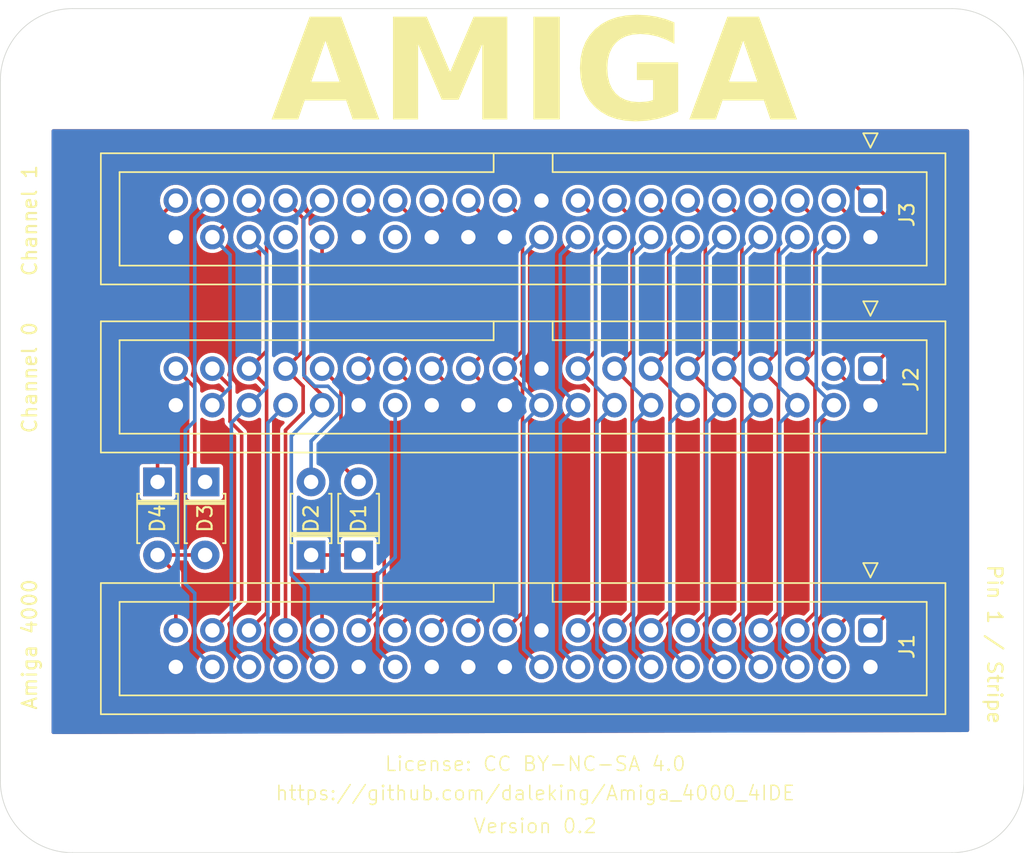
<source format=kicad_pcb>
(kicad_pcb (version 20240108) (generator "pcbnew") (generator_version "8.0")
  (layers (0 "F.Cu" signal) (31 "B.Cu" signal) (34 "B.Paste" user) (35 "F.Paste" user) (36 "B.SilkS" user "B.Silkscreen") (37 "F.SilkS" user "F.Silkscreen") (38 "B.Mask" user) (39 "F.Mask" user) (44 "Edge.Cuts" user))
  (net 0 "")
  (net 1 "/IRQ")
  (net 2 "Net-(D1-A)")
  (net 3 "Net-(D2-A)")
  (net 4 "/{slash}ACTIVE")
  (net 5 "Net-(D3-K)")
  (net 6 "Net-(D4-K)")
  (net 7 "/D13")
  (net 8 "/VSS")
  (net 9 "/{slash}IOW")
  (net 10 "/D12")
  (net 11 "/{slash}RESET")
  (net 12 "/D5")
  (net 13 "/D2")
  (net 14 "/D3")
  (net 15 "/nc28")
  (net 16 "/DA0")
  (net 17 "/{slash}IDE_CS1")
  (net 18 "/D10")
  (net 19 "/D1")
  (net 20 "/{slash}IOR")
  (net 21 "/DA1")
  (net 22 "/nc29")
  (net 23 "/nc20")
  (net 24 "/DA2")
  (net 25 "/D6")
  (net 26 "/nc21")
  (net 27 "/IO_CH_RDY")
  (net 28 "/D9")
  (net 29 "/{slash}IDE_CS2")
  (net 30 "/D14")
  (net 31 "/nc34")
  (net 32 "/D15")
  (net 33 "/D0")
  (net 34 "/D11")
  (net 35 "/nc32")
  (net 36 "/D8")
  (net 37 "/D4")
  (net 40 "/D7")
  (footprint "MountingHole:MountingHole_3.2mm_M3" (layer "F.Cu") (at 159.258 58.45)
    (property "Reference" "H4" (hide yes))
    (property "Value" "MountingHole" (hide yes))
    (pad "" np_thru_hole circle (at 0 0) (size 3.2 3.2) (drill 3.2) (layers "*.Cu" "*.Mask"))
  )
  (footprint "MountingHole:MountingHole_3.2mm_M3" (layer "F.Cu") (at 97.536 58.45)
    (property "Reference" "H3" (hide yes))
    (property "Value" "MountingHole" (hide yes))
    (pad "" np_thru_hole circle (at 0 0) (size 3.2 3.2) (drill 3.2) (layers "*.Cu" "*.Mask"))
  )
  (footprint "Diode_THT:D_T-1_P5.08mm_Horizontal" (layer "F.Cu") (at 106.934 86.75 -90)
    (property "Reference" "D3" (at 2.54 0 -90) (layer "F.SilkS"))
    (property "Value" "BAT85" (hide yes))
    (fp_line (start 0.82 1.42) (end 4.26 1.42) (stroke (width 0.12)) (layer "F.SilkS"))
    (fp_line (start 4.26 1.42) (end 4.26 1.24) (stroke (width 0.12)) (layer "F.SilkS"))
    (fp_line (start 0.82 1.24) (end 0.82 1.42) (stroke (width 0.12)) (layer "F.SilkS"))
    (fp_line (start 0.82 -1.24) (end 0.82 -1.42) (stroke (width 0.12)) (layer "F.SilkS"))
    (fp_line (start 0.82 -1.42) (end 4.26 -1.42) (stroke (width 0.12)) (layer "F.SilkS"))
    (fp_line (start 1.3 -1.42) (end 1.3 1.42) (stroke (width 0.12)) (layer "F.SilkS"))
    (fp_line (start 1.42 -1.42) (end 1.42 1.42) (stroke (width 0.12)) (layer "F.SilkS"))
    (fp_line (start 1.54 -1.42) (end 1.54 1.42) (stroke (width 0.12)) (layer "F.SilkS"))
    (fp_line (start 4.26 -1.42) (end 4.26 -1.24) (stroke (width 0.12)) (layer "F.SilkS"))
    (pad "1" thru_hole rect (at 0 0 270) (size 2 2) (drill 1) (layers "*.Cu" "*.Mask") (net 5 "Net-(D3-K)"))
    (pad "2" thru_hole oval (at 5.08 0 270) (size 2 2) (drill 1) (layers "*.Cu" "*.Mask") (net 4 "/{slash}ACTIVE"))
  )
  (footprint "MountingHole:MountingHole_3.2mm_M3" (layer "F.Cu") (at 159.258 107.95)
    (property "Reference" "H2" (hide yes))
    (property "Value" "MountingHole" (hide yes))
    (pad "" np_thru_hole circle (at 0 0) (size 3.2 3.2) (drill 3.2) (layers "*.Cu" "*.Mask"))
  )
  (footprint "Diode_THT:D_T-1_P5.08mm_Horizontal" (layer "F.Cu") (at 103.632 86.75 -90)
    (property "Reference" "D4" (at 2.54 0 90) (layer "F.SilkS"))
    (property "Value" "BAT85" (hide yes))
    (fp_line (start 0.82 1.42) (end 4.26 1.42) (stroke (width 0.12)) (layer "F.SilkS"))
    (fp_line (start 4.26 1.42) (end 4.26 1.24) (stroke (width 0.12)) (layer "F.SilkS"))
    (fp_line (start 0.82 1.24) (end 0.82 1.42) (stroke (width 0.12)) (layer "F.SilkS"))
    (fp_line (start 0.82 -1.24) (end 0.82 -1.42) (stroke (width 0.12)) (layer "F.SilkS"))
    (fp_line (start 0.82 -1.42) (end 4.26 -1.42) (stroke (width 0.12)) (layer "F.SilkS"))
    (fp_line (start 1.3 -1.42) (end 1.3 1.42) (stroke (width 0.12)) (layer "F.SilkS"))
    (fp_line (start 1.42 -1.42) (end 1.42 1.42) (stroke (width 0.12)) (layer "F.SilkS"))
    (fp_line (start 1.54 -1.42) (end 1.54 1.42) (stroke (width 0.12)) (layer "F.SilkS"))
    (fp_line (start 4.26 -1.42) (end 4.26 -1.24) (stroke (width 0.12)) (layer "F.SilkS"))
    (pad "1" thru_hole rect (at 0 0 270) (size 2 2) (drill 1) (layers "*.Cu" "*.Mask") (net 6 "Net-(D4-K)"))
    (pad "2" thru_hole oval (at 5.08 0 270) (size 2 2) (drill 1) (layers "*.Cu" "*.Mask") (net 4 "/{slash}ACTIVE"))
  )
  (footprint "Diode_THT:D_T-1_P5.08mm_Horizontal" (layer "F.Cu") (at 117.602 91.83 90)
    (property "Reference" "D1" (at 2.54 0 90) (layer "F.SilkS"))
    (property "Value" "BAT85" (hide yes))
    (fp_line (start 4.26 -1.42) (end 4.26 -1.24) (stroke (width 0.12)) (layer "F.SilkS"))
    (fp_line (start 1.54 -1.42) (end 1.54 1.42) (stroke (width 0.12)) (layer "F.SilkS"))
    (fp_line (start 1.42 -1.42) (end 1.42 1.42) (stroke (width 0.12)) (layer "F.SilkS"))
    (fp_line (start 1.3 -1.42) (end 1.3 1.42) (stroke (width 0.12)) (layer "F.SilkS"))
    (fp_line (start 0.82 -1.42) (end 4.26 -1.42) (stroke (width 0.12)) (layer "F.SilkS"))
    (fp_line (start 0.82 -1.24) (end 0.82 -1.42) (stroke (width 0.12)) (layer "F.SilkS"))
    (fp_line (start 0.82 1.24) (end 0.82 1.42) (stroke (width 0.12)) (layer "F.SilkS"))
    (fp_line (start 4.26 1.42) (end 4.26 1.24) (stroke (width 0.12)) (layer "F.SilkS"))
    (fp_line (start 0.82 1.42) (end 4.26 1.42) (stroke (width 0.12)) (layer "F.SilkS"))
    (pad "1" thru_hole rect (at 0 0 90) (size 2 2) (drill 1) (layers "*.Cu" "*.Mask") (net 1 "/IRQ"))
    (pad "2" thru_hole oval (at 5.08 0 90) (size 2 2) (drill 1) (layers "*.Cu" "*.Mask") (net 2 "Net-(D1-A)"))
  )
  (footprint "MountingHole:MountingHole_3.2mm_M3" (layer "F.Cu") (at 97.538 107.95)
    (property "Reference" "H1" (hide yes))
    (property "Value" "MountingHole" (hide yes))
    (pad "" np_thru_hole circle (at 0 0) (size 3.2 3.2) (drill 3.2) (layers "*.Cu" "*.Mask"))
  )
  (footprint "Connector_IDC:IDC-Header_2x20_P2.54mm_Vertical" (layer "F.Cu") (at 153.162 78.876 -90)
    (property "Reference" "J2" (at 0.753 -2.8194 90) (layer "F.SilkS"))
    (property "Value" "CHANNEL 0" (hide yes))
    (fp_line (start -3.29 53.47) (end -3.29 -5.21) (stroke (width 0.12)) (layer "F.SilkS"))
    (fp_line (start 5.83 53.47) (end -3.29 53.47) (stroke (width 0.12)) (layer "F.SilkS"))
    (fp_line (start -1.98 52.17) (end -1.98 26.18) (stroke (width 0.12)) (layer "F.SilkS"))
    (fp_line (start 4.52 52.17) (end -1.98 52.17) (stroke (width 0.12)) (layer "F.SilkS"))
    (fp_line (start -1.98 26.18) (end -3.29 26.18) (stroke (width 0.12)) (layer "F.SilkS"))
    (fp_line (start -1.98 26.18) (end -1.98 26.18) (stroke (width 0.12)) (layer "F.SilkS"))
    (fp_line (start -3.29 22.08) (end -1.98 22.08) (stroke (width 0.12)) (layer "F.SilkS"))
    (fp_line (start -1.98 22.08) (end -1.98 -3.91) (stroke (width 0.12)) (layer "F.SilkS"))
    (fp_line (start -4.68 0.5) (end -3.68 0) (stroke (width 0.12)) (layer "F.SilkS"))
    (fp_line (start -3.68 0) (end -4.68 -0.5) (stroke (width 0.12)) (layer "F.SilkS"))
    (fp_line (start -4.68 -0.5) (end -4.68 0.5) (stroke (width 0.12)) (layer "F.SilkS"))
    (fp_line (start -1.98 -3.91) (end 4.52 -3.91) (stroke (width 0.12)) (layer "F.SilkS"))
    (fp_line (start 4.52 -3.91) (end 4.52 52.17) (stroke (width 0.12)) (layer "F.SilkS"))
    (fp_line (start -3.29 -5.21) (end 5.83 -5.21) (stroke (width 0.12)) (layer "F.SilkS"))
    (fp_line (start 5.83 -5.21) (end 5.83 53.47) (stroke (width 0.12)) (layer "F.SilkS"))
    (pad "1" thru_hole roundrect (at 0 0 270) (size 1.7 1.7) (drill 1) (layers "*.Cu" "*.Mask") (roundrect_rratio 0.147059) (net 11 "/{slash}RESET"))
    (pad "2" thru_hole circle (at 2.54 0 270) (size 1.7 1.7) (drill 1) (layers "*.Cu" "*.Mask") (net 8 "/VSS"))
    (pad "3" thru_hole circle (at 0 2.54 270) (size 1.7 1.7) (drill 1) (layers "*.Cu" "*.Mask") (net 40 "/D7"))
    (pad "4" thru_hole circle (at 2.54 2.54 270) (size 1.7 1.7) (drill 1) (layers "*.Cu" "*.Mask") (net 36 "/D8"))
    (pad "5" thru_hole circle (at 0 5.08 270) (size 1.7 1.7) (drill 1) (layers "*.Cu" "*.Mask") (net 25 "/D6"))
    (pad "6" thru_hole circle (at 2.54 5.08 270) (size 1.7 1.7) (drill 1) (layers "*.Cu" "*.Mask") (net 28 "/D9"))
    (pad "7" thru_hole circle (at 0 7.62 270) (size 1.7 1.7) (drill 1) (layers "*.Cu" "*.Mask") (net 12 "/D5"))
    (pad "8" thru_hole circle (at 2.54 7.62 270) (size 1.7 1.7) (drill 1) (layers "*.Cu" "*.Mask") (net 18 "/D10"))
    (pad "9" thru_hole circle (at 0 10.16 270) (size 1.7 1.7) (drill 1) (layers "*.Cu" "*.Mask") (net 37 "/D4"))
    (pad "10" thru_hole circle (at 2.54 10.16 270) (size 1.7 1.7) (drill 1) (layers "*.Cu" "*.Mask") (net 34 "/D11"))
    (pad "11" thru_hole circle (at 0 12.7 270) (size 1.7 1.7) (drill 1) (layers "*.Cu" "*.Mask") (net 14 "/D3"))
    (pad "12" thru_hole circle (at 2.54 12.7 270) (size 1.7 1.7) (drill 1) (layers "*.Cu" "*.Mask") (net 10 "/D12"))
    (pad "13" thru_hole circle (at 0 15.24 270) (size 1.7 1.7) (drill 1) (layers "*.Cu" "*.Mask") (net 13 "/D2"))
    (pad "14" thru_hole circle (at 2.54 15.24 270) (size 1.7 1.7) (drill 1) (layers "*.Cu" "*.Mask") (net 7 "/D13"))
    (pad "15" thru_hole circle (at 0 17.78 270) (size 1.7 1.7) (drill 1) (layers "*.Cu" "*.Mask") (net 19 "/D1"))
    (pad "16" thru_hole circle (at 2.54 17.78 270) (size 1.7 1.7) (drill 1) (layers "*.Cu" "*.Mask") (net 30 "/D14"))
    (pad "17" thru_hole circle (at 0 20.32 270) (size 1.7 1.7) (drill 1) (layers "*.Cu" "*.Mask") (net 33 "/D0"))
    (pad "18" thru_hole circle (at 2.54 20.32 270) (size 1.7 1.7) (drill 1) (layers "*.Cu" "*.Mask") (net 32 "/D15"))
    (pad "19" thru_hole circle (at 0 22.86 270) (size 1.7 1.7) (drill 1) (layers "*.Cu" "*.Mask") (net 8 "/VSS"))
    (pad "20" thru_hole circle (at 2.54 22.86 270) (size 1.7 1.7) (drill 1) (layers "*.Cu" "*.Mask") (net 23 "/nc20"))
    (pad "21" thru_hole circle (at 0 25.4 270) (size 1.7 1.7) (drill 1) (layers "*.Cu" "*.Mask") (net 26 "/nc21"))
    (pad "22" thru_hole circle (at 2.54 25.4 270) (size 1.7 1.7) (drill 1) (layers "*.Cu" "*.Mask") (net 8 "/VSS"))
    (pad "23" thru_hole circle (at 0 27.94 270) (size 1.7 1.7) (drill 1) (layers "*.Cu" "*.Mask") (net 9 "/{slash}IOW"))
    (pad "24" thru_hole circle (at 2.54 27.94 270) (size 1.7 1.7) (drill 1) (layers "*.Cu" "*.Mask") (net 8 "/VSS"))
    (pad "25" thru_hole circle (at 0 30.48 270) (size 1.7 1.7) (drill 1) (layers "*.Cu" "*.Mask") (net 20 "/{slash}IOR"))
    (pad "26" thru_hole circle (at 2.54 30.48 270) (size 1.7 1.7) (drill 1) (layers "*.Cu" "*.Mask") (net 8 "/VSS"))
    (pad "27" thru_hole circle (at 0 33.02 270) (size 1.7 1.7) (drill 1) (layers "*.Cu" "*.Mask") (net 27 "/IO_CH_RDY"))
    (pad "28" thru_hole circle (at 2.54 33.02 270) (size 1.7 1.7) (drill 1) (layers "*.Cu" "*.Mask") (net 15 "/nc28"))
    (pad "29" thru_hole circle (at 0 35.56 270) (size 1.7 1.7) (drill 1) (layers "*.Cu" "*.Mask") (net 22 "/nc29"))
    (pad "30" thru_hole circle (at 2.54 35.56 270) (size 1.7 1.7) (drill 1) (layers "*.Cu" "*.Mask") (net 8 "/VSS"))
    (pad "31" thru_hole circle (at 0 38.1 270) (size 1.7 1.7) (drill 1) (layers "*.Cu" "*.Mask") (net 2 "Net-(D1-A)"))
    (pad "32" thru_hole circle (at 2.54 38.1 270) (size 1.7 1.7) (drill 1) (layers "*.Cu" "*.Mask") (net 35 "/nc32"))
    (pad "33" thru_hole circle (at 0 40.64 270) (size 1.7 1.7) (drill 1) (layers "*.Cu" "*.Mask") (net 21 "/DA1"))
    (pad "34" thru_hole circle (at 2.54 40.64 270) (size 1.7 1.7) (drill 1) (layers "*.Cu" "*.Mask") (net 31 "/nc34"))
    (pad "35" thru_hole circle (at 0 43.18 270) (size 1.7 1.7) (drill 1) (layers "*.Cu" "*.Mask") (net 16 "/DA0"))
    (pad "36" thru_hole circle (at 2.54 43.18 270) (size 1.7 1.7) (drill 1) (layers "*.Cu" "*.Mask") (net 24 "/DA2"))
    (pad "37" thru_hole circle (at 0 45.72 270) (size 1.7 1.7) (drill 1) (layers "*.Cu" "*.Mask") (net 17 "/{slash}IDE_CS1"))
    (pad "38" thru_hole circle (at 2.54 45.72 270) (size 1.7 1.7) (drill 1) (layers "*.Cu" "*.Mask") (net 11 "/{slash}RESET"))
    (pad "39" thru_hole circle (at 0 48.26 270) (size 1.7 1.7) (drill 1) (layers "*.Cu" "*.Mask") (net 5 "Net-(D3-K)"))
    (pad "40" thru_hole circle (at 2.54 48.26 270) (size 1.7 1.7) (drill 1) (layers "*.Cu" "*.Mask") (net 8 "/VSS"))
  )
  (footprint "Connector_IDC:IDC-Header_2x20_P2.54mm_Vertical" (layer "F.Cu") (at 153.162 97.07 -90)
    (property "Reference" "J1" (at 1.1264 -2.54 90) (layer "F.SilkS"))
    (property "Value" "AMIGA 4000" (hide yes))
    (fp_line (start -3.29 53.47) (end -3.29 -5.21) (stroke (width 0.12)) (layer "F.SilkS"))
    (fp_line (start 5.83 53.47) (end -3.29 53.47) (stroke (width 0.12)) (layer "F.SilkS"))
    (fp_line (start -1.98 52.17) (end -1.98 26.18) (stroke (width 0.12)) (layer "F.SilkS"))
    (fp_line (start 4.52 52.17) (end -1.98 52.17) (stroke (width 0.12)) (layer "F.SilkS"))
    (fp_line (start -1.98 26.18) (end -3.29 26.18) (stroke (width 0.12)) (layer "F.SilkS"))
    (fp_line (start -1.98 26.18) (end -1.98 26.18) (stroke (width 0.12)) (layer "F.SilkS"))
    (fp_line (start -3.29 22.08) (end -1.98 22.08) (stroke (width 0.12)) (layer "F.SilkS"))
    (fp_line (start -1.98 22.08) (end -1.98 -3.91) (stroke (width 0.12)) (layer "F.SilkS"))
    (fp_line (start -4.68 0.5) (end -3.68 0) (stroke (width 0.12)) (layer "F.SilkS"))
    (fp_line (start -3.68 0) (end -4.68 -0.5) (stroke (width 0.12)) (layer "F.SilkS"))
    (fp_line (start -4.68 -0.5) (end -4.68 0.5) (stroke (width 0.12)) (layer "F.SilkS"))
    (fp_line (start -1.98 -3.91) (end 4.52 -3.91) (stroke (width 0.12)) (layer "F.SilkS"))
    (fp_line (start 4.52 -3.91) (end 4.52 52.17) (stroke (width 0.12)) (layer "F.SilkS"))
    (fp_line (start -3.29 -5.21) (end 5.83 -5.21) (stroke (width 0.12)) (layer "F.SilkS"))
    (fp_line (start 5.83 -5.21) (end 5.83 53.47) (stroke (width 0.12)) (layer "F.SilkS"))
    (pad "1" thru_hole roundrect (at 0 0 270) (size 1.7 1.7) (drill 1) (layers "*.Cu" "*.Mask") (roundrect_rratio 0.147059) (net 11 "/{slash}RESET"))
    (pad "2" thru_hole circle (at 2.54 0 270) (size 1.7 1.7) (drill 1) (layers "*.Cu" "*.Mask") (net 8 "/VSS"))
    (pad "3" thru_hole circle (at 0 2.54 270) (size 1.7 1.7) (drill 1) (layers "*.Cu" "*.Mask") (net 40 "/D7"))
    (pad "4" thru_hole circle (at 2.54 2.54 270) (size 1.7 1.7) (drill 1) (layers "*.Cu" "*.Mask") (net 36 "/D8"))
    (pad "5" thru_hole circle (at 0 5.08 270) (size 1.7 1.7) (drill 1) (layers "*.Cu" "*.Mask") (net 25 "/D6"))
    (pad "6" thru_hole circle (at 2.54 5.08 270) (size 1.7 1.7) (drill 1) (layers "*.Cu" "*.Mask") (net 28 "/D9"))
    (pad "7" thru_hole circle (at 0 7.62 270) (size 1.7 1.7) (drill 1) (layers "*.Cu" "*.Mask") (net 12 "/D5"))
    (pad "8" thru_hole circle (at 2.54 7.62 270) (size 1.7 1.7) (drill 1) (layers "*.Cu" "*.Mask") (net 18 "/D10"))
    (pad "9" thru_hole circle (at 0 10.16 270) (size 1.7 1.7) (drill 1) (layers "*.Cu" "*.Mask") (net 37 "/D4"))
    (pad "10" thru_hole circle (at 2.54 10.16 270) (size 1.7 1.7) (drill 1) (layers "*.Cu" "*.Mask") (net 34 "/D11"))
    (pad "11" thru_hole circle (at 0 12.7 270) (size 1.7 1.7) (drill 1) (layers "*.Cu" "*.Mask") (net 14 "/D3"))
    (pad "12" thru_hole circle (at 2.54 12.7 270) (size 1.7 1.7) (drill 1) (layers "*.Cu" "*.Mask") (net 10 "/D12"))
    (pad "13" thru_hole circle (at 0 15.24 270) (size 1.7 1.7) (drill 1) (layers "*.Cu" "*.Mask") (net 13 "/D2"))
    (pad "14" thru_hole circle (at 2.54 15.24 270) (size 1.7 1.7) (drill 1) (layers "*.Cu" "*.Mask") (net 7 "/D13"))
    (pad "15" thru_hole circle (at 0 17.78 270) (size 1.7 1.7) (drill 1) (layers "*.Cu" "*.Mask") (net 19 "/D1"))
    (pad "16" thru_hole circle (at 2.54 17.78 270) (size 1.7 1.7) (drill 1) (layers "*.Cu" "*.Mask") (net 30 "/D14"))
    (pad "17" thru_hole circle (at 0 20.32 270) (size 1.7 1.7) (drill 1) (layers "*.Cu" "*.Mask") (net 33 "/D0"))
    (pad "18" thru_hole circle (at 2.54 20.32 270) (size 1.7 1.7) (drill 1) (layers "*.Cu" "*.Mask") (net 32 "/D15"))
    (pad "19" thru_hole circle (at 0 22.86 270) (size 1.7 1.7) (drill 1) (layers "*.Cu" "*.Mask") (net 8 "/VSS"))
    (pad "20" thru_hole circle (at 2.54 22.86 270) (size 1.7 1.7) (drill 1) (layers "*.Cu" "*.Mask") (net 23 "/nc20"))
    (pad "21" thru_hole circle (at 0 25.4 270) (size 1.7 1.7) (drill 1) (layers "*.Cu" "*.Mask") (net 26 "/nc21"))
    (pad "22" thru_hole circle (at 2.54 25.4 270) (size 1.7 1.7) (drill 1) (layers "*.Cu" "*.Mask") (net 8 "/VSS"))
    (pad "23" thru_hole circle (at 0 27.94 270) (size 1.7 1.7) (drill 1) (layers "*.Cu" "*.Mask") (net 9 "/{slash}IOW"))
    (pad "24" thru_hole circle (at 2.54 27.94 270) (size 1.7 1.7) (drill 1) (layers "*.Cu" "*.Mask") (net 8 "/VSS"))
    (pad "25" thru_hole circle (at 0 30.48 270) (size 1.7 1.7) (drill 1) (layers "*.Cu" "*.Mask") (net 20 "/{slash}IOR"))
    (pad "26" thru_hole circle (at 2.54 30.48 270) (size 1.7 1.7) (drill 1) (layers "*.Cu" "*.Mask") (net 8 "/VSS"))
    (pad "27" thru_hole circle (at 0 33.02 270) (size 1.7 1.7) (drill 1) (layers "*.Cu" "*.Mask") (net 27 "/IO_CH_RDY"))
    (pad "28" thru_hole circle (at 2.54 33.02 270) (size 1.7 1.7) (drill 1) (layers "*.Cu" "*.Mask") (net 15 "/nc28"))
    (pad "29" thru_hole circle (at 0 35.56 270) (size 1.7 1.7) (drill 1) (layers "*.Cu" "*.Mask") (net 22 "/nc29"))
    (pad "30" thru_hole circle (at 2.54 35.56 270) (size 1.7 1.7) (drill 1) (layers "*.Cu" "*.Mask") (net 8 "/VSS"))
    (pad "31" thru_hole circle (at 0 38.1 270) (size 1.7 1.7) (drill 1) (layers "*.Cu" "*.Mask") (net 1 "/IRQ"))
    (pad "32" thru_hole circle (at 2.54 38.1 270) (size 1.7 1.7) (drill 1) (layers "*.Cu" "*.Mask") (net 35 "/nc32"))
    (pad "33" thru_hole circle (at 0 40.64 270) (size 1.7 1.7) (drill 1) (layers "*.Cu" "*.Mask") (net 21 "/DA1"))
    (pad "34" thru_hole circle (at 2.54 40.64 270) (size 1.7 1.7) (drill 1) (layers "*.Cu" "*.Mask") (net 31 "/nc34"))
    (pad "35" thru_hole circle (at 0 43.18 270) (size 1.7 1.7) (drill 1) (layers "*.Cu" "*.Mask") (net 16 "/DA0"))
    (pad "36" thru_hole circle (at 2.54 43.18 270) (size 1.7 1.7) (drill 1) (layers "*.Cu" "*.Mask") (net 24 "/DA2"))
    (pad "37" thru_hole circle (at 0 45.72 270) (size 1.7 1.7) (drill 1) (layers "*.Cu" "*.Mask") (net 17 "/{slash}IDE_CS1"))
    (pad "38" thru_hole circle (at 2.54 45.72 270) (size 1.7 1.7) (drill 1) (layers "*.Cu" "*.Mask") (net 29 "/{slash}IDE_CS2"))
    (pad "39" thru_hole circle (at 0 48.26 270) (size 1.7 1.7) (drill 1) (layers "*.Cu" "*.Mask") (net 4 "/{slash}ACTIVE"))
    (pad "40" thru_hole circle (at 2.54 48.26 270) (size 1.7 1.7) (drill 1) (layers "*.Cu" "*.Mask") (net 8 "/VSS"))
  )
  (footprint "Connector_IDC:IDC-Header_2x20_P2.54mm_Vertical" (layer "F.Cu") (at 153.162 67.192 -90)
    (property "Reference" "J3" (at 0.9816 -2.54 90) (layer "F.SilkS"))
    (property "Value" "CHANNEL 1" (hide yes))
    (fp_line (start -3.29 53.47) (end -3.29 -5.21) (stroke (width 0.12)) (layer "F.SilkS"))
    (fp_line (start 5.83 53.47) (end -3.29 53.47) (stroke (width 0.12)) (layer "F.SilkS"))
    (fp_line (start -1.98 52.17) (end -1.98 26.18) (stroke (width 0.12)) (layer "F.SilkS"))
    (fp_line (start 4.52 52.17) (end -1.98 52.17) (stroke (width 0.12)) (layer "F.SilkS"))
    (fp_line (start -1.98 26.18) (end -3.29 26.18) (stroke (width 0.12)) (layer "F.SilkS"))
    (fp_line (start -1.98 26.18) (end -1.98 26.18) (stroke (width 0.12)) (layer "F.SilkS"))
    (fp_line (start -3.29 22.08) (end -1.98 22.08) (stroke (width 0.12)) (layer "F.SilkS"))
    (fp_line (start -1.98 22.08) (end -1.98 -3.91) (stroke (width 0.12)) (layer "F.SilkS"))
    (fp_line (start -4.68 0.5) (end -3.68 0) (stroke (width 0.12)) (layer "F.SilkS"))
    (fp_line (start -3.68 0) (end -4.68 -0.5) (stroke (width 0.12)) (layer "F.SilkS"))
    (fp_line (start -4.68 -0.5) (end -4.68 0.5) (stroke (width 0.12)) (layer "F.SilkS"))
    (fp_line (start -1.98 -3.91) (end 4.52 -3.91) (stroke (width 0.12)) (layer "F.SilkS"))
    (fp_line (start 4.52 -3.91) (end 4.52 52.17) (stroke (width 0.12)) (layer "F.SilkS"))
    (fp_line (start -3.29 -5.21) (end 5.83 -5.21) (stroke (width 0.12)) (layer "F.SilkS"))
    (fp_line (start 5.83 -5.21) (end 5.83 53.47) (stroke (width 0.12)) (layer "F.SilkS"))
    (pad "1" thru_hole roundrect (at 0 0 270) (size 1.7 1.7) (drill 1) (layers "*.Cu" "*.Mask") (roundrect_rratio 0.147059) (net 11 "/{slash}RESET"))
    (pad "2" thru_hole circle (at 2.54 0 270) (size 1.7 1.7) (drill 1) (layers "*.Cu" "*.Mask") (net 8 "/VSS"))
    (pad "3" thru_hole circle (at 0 2.54 270) (size 1.7 1.7) (drill 1) (layers "*.Cu" "*.Mask") (net 40 "/D7"))
    (pad "4" thru_hole circle (at 2.54 2.54 270) (size 1.7 1.7) (drill 1) (layers "*.Cu" "*.Mask") (net 36 "/D8"))
    (pad "5" thru_hole circle (at 0 5.08 270) (size 1.7 1.7) (drill 1) (layers "*.Cu" "*.Mask") (net 25 "/D6"))
    (pad "6" thru_hole circle (at 2.54 5.08 270) (size 1.7 1.7) (drill 1) (layers "*.Cu" "*.Mask") (net 28 "/D9"))
    (pad "7" thru_hole circle (at 0 7.62 270) (size 1.7 1.7) (drill 1) (layers "*.Cu" "*.Mask") (net 12 "/D5"))
    (pad "8" thru_hole circle (at 2.54 7.62 270) (size 1.7 1.7) (drill 1) (layers "*.Cu" "*.Mask") (net 18 "/D10"))
    (pad "9" thru_hole circle (at 0 10.16 270) (size 1.7 1.7) (drill 1) (layers "*.Cu" "*.Mask") (net 37 "/D4"))
    (pad "10" thru_hole circle (at 2.54 10.16 270) (size 1.7 1.7) (drill 1) (layers "*.Cu" "*.Mask") (net 34 "/D11"))
    (pad "11" thru_hole circle (at 0 12.7 270) (size 1.7 1.7) (drill 1) (layers "*.Cu" "*.Mask") (net 14 "/D3"))
    (pad "12" thru_hole circle (at 2.54 12.7 270) (size 1.7 1.7) (drill 1) (layers "*.Cu" "*.Mask") (net 10 "/D12"))
    (pad "13" thru_hole circle (at 0 15.24 270) (size 1.7 1.7) (drill 1) (layers "*.Cu" "*.Mask") (net 13 "/D2"))
    (pad "14" thru_hole circle (at 2.54 15.24 270) (size 1.7 1.7) (drill 1) (layers "*.Cu" "*.Mask") (net 7 "/D13"))
    (pad "15" thru_hole circle (at 0 17.78 270) (size 1.7 1.7) (drill 1) (layers "*.Cu" "*.Mask") (net 19 "/D1"))
    (pad "16" thru_hole circle (at 2.54 17.78 270) (size 1.7 1.7) (drill 1) (layers "*.Cu" "*.Mask") (net 30 "/D14"))
    (pad "17" thru_hole circle (at 0 20.32 270) (size 1.7 1.7) (drill 1) (layers "*.Cu" "*.Mask") (net 33 "/D0"))
    (pad "18" thru_hole circle (at 2.54 20.32 270) (size 1.7 1.7) (drill 1) (layers "*.Cu" "*.Mask") (net 32 "/D15"))
    (pad "19" thru_hole circle (at 0 22.86 270) (size 1.7 1.7) (drill 1) (layers "*.Cu" "*.Mask") (net 8 "/VSS"))
    (pad "20" thru_hole circle (at 2.54 22.86 270) (size 1.7 1.7) (drill 1) (layers "*.Cu" "*.Mask") (net 23 "/nc20"))
    (pad "21" thru_hole circle (at 0 25.4 270) (size 1.7 1.7) (drill 1) (layers "*.Cu" "*.Mask") (net 26 "/nc21"))
    (pad "22" thru_hole circle (at 2.54 25.4 270) (size 1.7 1.7) (drill 1) (layers "*.Cu" "*.Mask") (net 8 "/VSS"))
    (pad "23" thru_hole circle (at 0 27.94 270) (size 1.7 1.7) (drill 1) (layers "*.Cu" "*.Mask") (net 9 "/{slash}IOW"))
    (pad "24" thru_hole circle (at 2.54 27.94 270) (size 1.7 1.7) (drill 1) (layers "*.Cu" "*.Mask") (net 8 "/VSS"))
    (pad "25" thru_hole circle (at 0 30.48 270) (size 1.7 1.7) (drill 1) (layers "*.Cu" "*.Mask") (net 20 "/{slash}IOR"))
    (pad "26" thru_hole circle (at 2.54 30.48 270) (size 1.7 1.7) (drill 1) (layers "*.Cu" "*.Mask") (net 8 "/VSS"))
    (pad "27" thru_hole circle (at 0 33.02 270) (size 1.7 1.7) (drill 1) (layers "*.Cu" "*.Mask") (net 27 "/IO_CH_RDY"))
    (pad "28" thru_hole circle (at 2.54 33.02 270) (size 1.7 1.7) (drill 1) (layers "*.Cu" "*.Mask"))
    (pad "29" thru_hole circle (at 0 35.56 270) (size 1.7 1.7) (drill 1) (layers "*.Cu" "*.Mask") (net 22 "/nc29"))
    (pad "30" thru_hole circle (at 2.54 35.56 270) (size 1.7 1.7) (drill 1) (layers "*.Cu" "*.Mask") (net 8 "/VSS"))
    (pad "31" thru_hole circle (at 0 38.1 270) (size 1.7 1.7) (drill 1) (layers "*.Cu" "*.Mask") (net 3 "Net-(D2-A)"))
    (pad "32" thru_hole circle (at 2.54 38.1 270) (size 1.7 1.7) (drill 1) (layers "*.Cu" "*.Mask") (net 35 "/nc32"))
    (pad "33" thru_hole circle (at 0 40.64 270) (size 1.7 1.7) (drill 1) (layers "*.Cu" "*.Mask") (net 21 "/DA1"))
    (pad "34" thru_hole circle (at 2.54 40.64 270) (size 1.7 1.7) (drill 1) (layers "*.Cu" "*.Mask"))
    (pad "35" thru_hole circle (at 0 43.18 270) (size 1.7 1.7) (drill 1) (layers "*.Cu" "*.Mask") (net 16 "/DA0"))
    (pad "36" thru_hole circle (at 2.54 43.18 270) (size 1.7 1.7) (drill 1) (layers "*.Cu" "*.Mask") (net 24 "/DA2"))
    (pad "37" thru_hole circle (at 0 45.72 270) (size 1.7 1.7) (drill 1) (layers "*.Cu" "*.Mask") (net 29 "/{slash}IDE_CS2"))
    (pad "38" thru_hole circle (at 2.54 45.72 270) (size 1.7 1.7) (drill 1) (layers "*.Cu" "*.Mask") (net 11 "/{slash}RESET"))
    (pad "39" thru_hole circle (at 0 48.26 270) (size 1.7 1.7) (drill 1) (layers "*.Cu" "*.Mask") (net 6 "Net-(D4-K)"))
    (pad "40" thru_hole circle (at 2.54 48.26 270) (size 1.7 1.7) (drill 1) (layers "*.Cu" "*.Mask") (net 8 "/VSS"))
  )
  (footprint "Diode_THT:D_T-1_P5.08mm_Horizontal" (layer "F.Cu") (at 114.3 91.83 90)
    (property "Reference" "D2" (at 2.54 0 90) (layer "F.SilkS"))
    (property "Value" "BAT85" (hide yes))
    (fp_line (start 4.26 -1.42) (end 4.26 -1.24) (stroke (width 0.12)) (layer "F.SilkS"))
    (fp_line (start 1.54 -1.42) (end 1.54 1.42) (stroke (width 0.12)) (layer "F.SilkS"))
    (fp_line (start 1.42 -1.42) (end 1.42 1.42) (stroke (width 0.12)) (layer "F.SilkS"))
    (fp_line (start 1.3 -1.42) (end 1.3 1.42) (stroke (width 0.12)) (layer "F.SilkS"))
    (fp_line (start 0.82 -1.42) (end 4.26 -1.42) (stroke (width 0.12)) (layer "F.SilkS"))
    (fp_line (start 0.82 -1.24) (end 0.82 -1.42) (stroke (width 0.12)) (layer "F.SilkS"))
    (fp_line (start 0.82 1.24) (end 0.82 1.42) (stroke (width 0.12)) (layer "F.SilkS"))
    (fp_line (start 4.26 1.42) (end 4.26 1.24) (stroke (width 0.12)) (layer "F.SilkS"))
    (fp_line (start 0.82 1.42) (end 4.26 1.42) (stroke (width 0.12)) (layer "F.SilkS"))
    (pad "1" thru_hole rect (at 0 0 90) (size 2 2) (drill 1) (layers "*.Cu" "*.Mask") (net 1 "/IRQ"))
    (pad "2" thru_hole oval (at 5.08 0 90) (size 2 2) (drill 1) (layers "*.Cu" "*.Mask") (net 3 "Net-(D2-A)"))
  )
  (gr_line (start 114.3 91.83) (end 117.8814 91.821) (stroke (width 0.2)) (layer "F.Cu") (net 1))
  (gr_line (start 97.71 53.848) (end 158.83 53.848) (stroke (width 0.05)) (layer "Edge.Cuts"))
  (gr_arc (start 163.83 107.522) (mid 162.365534 111.057534) (end 158.83 112.522) (stroke (width 0.05)) (layer "Edge.Cuts"))
  (gr_line (start 92.71 107.522) (end 92.71 58.848) (stroke (width 0.05)) (layer "Edge.Cuts"))
  (gr_arc (start 92.71 58.848) (mid 94.174466 55.312466) (end 97.71 53.848) (stroke (width 0.05)) (layer "Edge.Cuts"))
  (gr_line (start 158.83 112.522) (end 97.71 112.522) (stroke (width 0.05)) (layer "Edge.Cuts"))
  (gr_line (start 163.83 58.848) (end 163.83 107.522) (stroke (width 0.05)) (layer "Edge.Cuts"))
  (gr_arc (start 97.71 112.522) (mid 94.174466 111.057534) (end 92.71 107.522) (stroke (width 0.05)) (layer "Edge.Cuts"))
  (gr_arc (start 158.83 53.848) (mid 162.365534 55.312466) (end 163.83 58.848) (stroke (width 0.05)) (layer "Edge.Cuts"))
  (gr_text "AMIGA" (at 111.506 62.738 0) (layer "F.SilkS") (effects (font (size 7 7) (thickness 1.4) (bold yes) (italic yes)) (justify left bottom)))
  (gr_text "Channel 0" (at 94.742 79.502 90) (layer "F.SilkS") (effects (font (size 1 1))))
  (gr_text "License: CC BY-NC-SA 4.0" (at 119.355238 106.934 0) (layer "F.SilkS") (effects (font (size 1 1) (thickness 0.1)) (justify left bottom)))
  (gr_text "Pin 1 / Stripe" (at 161.798 98.044 270) (layer "F.SilkS") (effects (font (size 1 1))))
  (gr_text "Version 0.2" (at 125.521905 111.252 0) (layer "F.SilkS") (effects (font (size 1 1) (thickness 0.1)) (justify left bottom)))
  (gr_text "Amiga 4000" (at 94.742 98.044 90) (layer "F.SilkS") (effects (font (size 1 1))))
  (gr_text "https://github.com/daleking/Amiga_4000_4IDE" (at 111.76 108.966 0) (layer "F.SilkS") (effects (font (size 1 1) (thickness 0.1)) (justify left bottom)))
  (gr_text "Channel 1" (at 94.742 68.58 90) (layer "F.SilkS") (effects (font (size 1 1))))
  (segment (start 115.062 92.592) (end 114.3 91.83) (width 0.25) (layer "F.Cu") (net 1))
  (segment (start 115.062 97.07) (end 115.062 92.592) (width 0.25) (layer "F.Cu") (net 1))
  (segment (start 114.3 91.83) (end 117.602 91.83) (width 0.25) (layer "F.Cu") (net 1))
  (segment (start 116.377 85.525) (end 117.602 86.75) (width 0.25) (layer "F.Cu") (net 2))
  (segment (start 115.062 78.876) (end 116.377 80.191) (width 0.25) (layer "F.Cu") (net 2))
  (segment (start 116.377 80.191) (end 116.377 85.525) (width 0.25) (layer "F.Cu") (net 2))
  (segment (start 114.3 83.910412) (end 116.287 81.923412) (width 0.25) (layer "B.Cu") (net 3))
  (segment (start 114.554588 80.101) (end 113.792 79.338412) (width 0.25) (layer "B.Cu") (net 3))
  (segment (start 116.287 80.908588) (end 115.479412 80.101) (width 0.25) (layer "B.Cu") (net 3))
  (segment (start 116.287 81.923412) (end 116.287 80.908588) (width 0.25) (layer "B.Cu") (net 3))
  (segment (start 113.792 79.338412) (end 113.792 68.462) (width 0.25) (layer "B.Cu") (net 3))
  (segment (start 115.479412 80.101) (end 114.554588 80.101) (width 0.25) (layer "B.Cu") (net 3))
  (segment (start 114.3 86.75) (end 114.3 83.910412) (width 0.25) (layer "B.Cu") (net 3))
  (segment (start 113.792 68.462) (end 115.062 67.192) (width 0.25) (layer "B.Cu") (net 3))
  (segment (start 104.902 97.07) (end 104.902 93.1) (width 0.25) (layer "F.Cu") (net 4))
  (segment (start 104.902 93.1) (end 103.632 91.83) (width 0.25) (layer "F.Cu") (net 4))
  (segment (start 103.632 91.83) (end 106.934 91.83) (width 0.25) (layer "F.Cu") (net 4))
  (segment (start 106.934 86.75) (end 106.217 86.033) (width 0.25) (layer "F.Cu") (net 5))
  (segment (start 106.217 86.033) (end 106.217 80.191) (width 0.25) (layer "F.Cu") (net 5))
  (segment (start 106.217 80.191) (end 104.902 78.876) (width 0.25) (layer "F.Cu") (net 5))
  (segment (start 105.274 78.876) (end 105.41 78.74) (width 0.25) (layer "F.Cu") (net 5))
  (segment (start 104.902 78.876) (end 105.274 78.876) (width 0.25) (layer "F.Cu") (net 5))
  (segment (start 103.632 68.462) (end 104.902 67.192) (width 0.25) (layer "F.Cu") (net 6))
  (segment (start 103.632 86.75) (end 103.632 68.462) (width 0.25) (layer "F.Cu") (net 6))
  (segment (start 136.697 80.191) (end 136.697 70.957) (width 0.25) (layer "B.Cu") (net 7))
  (segment (start 137.922 99.61) (end 136.697 98.385) (width 0.25) (layer "B.Cu") (net 7))
  (segment (start 136.697 98.385) (end 136.697 82.641) (width 0.25) (layer "B.Cu") (net 7))
  (segment (start 136.697 82.641) (end 137.922 81.416) (width 0.25) (layer "B.Cu") (net 7))
  (segment (start 136.697 70.957) (end 137.922 69.732) (width 0.25) (layer "B.Cu") (net 7))
  (segment (start 137.922 81.416) (end 136.697 80.191) (width 0.25) (layer "B.Cu") (net 7))
  (segment (start 130.302 78.876) (end 131.527 77.651) (width 0.25) (layer "F.Cu") (net 8))
  (segment (start 131.527 68.417) (end 130.302 67.192) (width 0.25) (layer "F.Cu") (net 8))
  (segment (start 130.302 97.07) (end 131.527 95.845) (width 0.25) (layer "F.Cu") (net 8))
  (segment (start 131.527 95.845) (end 131.527 80.101) (width 0.25) (layer "F.Cu") (net 8))
  (segment (start 131.527 80.101) (end 130.302 78.876) (width 0.25) (layer "F.Cu") (net 8))
  (segment (start 131.527 77.651) (end 131.527 68.417) (width 0.25) (layer "F.Cu") (net 8))
  (segment (start 123.997 82.641) (end 125.222 81.416) (width 0.25) (layer "B.Cu") (net 8))
  (segment (start 116.377 94.938) (end 116.227 94.788) (width 0.25) (layer "B.Cu") (net 8))
  (segment (start 116.227 94.788) (end 116.227 82.791) (width 0.25) (layer "B.Cu") (net 8))
  (segment (start 117.602 99.61) (end 116.377 98.385) (width 0.25) (layer "B.Cu") (net 8))
  (segment (start 121.457 80.191) (end 121.457 70.957) (width 0.25) (layer "B.Cu") (net 8))
  (segment (start 153.162 99.61) (end 151.937 98.385) (width 0.25) (layer "B.Cu") (net 8))
  (segment (start 151.937 80.191) (end 151.937 70.957) (width 0.25) (layer "B.Cu") (net 8))
  (segment (start 122.682 99.61) (end 121.457 98.385) (width 0.25) (layer "B.Cu") (net 8))
  (segment (start 121.457 98.385) (end 121.457 82.641) (width 0.25) (layer "B.Cu") (net 8))
  (segment (start 126.537 70.957) (end 127.762 69.732) (width 0.25) (layer "B.Cu") (net 8))
  (segment (start 123.997 98.385) (end 123.997 82.641) (width 0.25) (layer "B.Cu") (net 8))
  (segment (start 117.602 81.416) (end 116.377 80.191) (width 0.25) (layer "B.Cu") (net 8))
  (segment (start 123.907 80.101) (end 123.907 71.047) (width 0.25) (layer "B.Cu") (net 8))
  (segment (start 122.682 81.416) (end 121.457 80.191) (width 0.25) (layer "B.Cu") (net 8))
  (segment (start 125.222 81.416) (end 123.907 80.101) (width 0.25) (layer "B.Cu") (net 8))
  (segment (start 151.937 70.957) (end 153.162 69.732) (width 0.25) (layer "B.Cu") (net 8))
  (segment (start 127.762 81.416) (end 126.537 80.191) (width 0.25) (layer "B.Cu") (net 8))
  (segment (start 102.257 96.965) (end 102.257 84.061) (width 0.25) (layer "B.Cu") (net 8))
  (segment (start 126.537 82.641) (end 127.762 81.416) (width 0.25) (layer "B.Cu") (net 8))
  (segment (start 126.537 80.191) (end 126.537 70.957) (width 0.25) (layer "B.Cu") (net 8))
  (segment (start 151.937 82.641) (end 153.162 81.416) (width 0.25) (layer "B.Cu") (net 8))
  (segment (start 104.902 81.416) (end 103.677 80.191) (width 0.25) (layer "B.Cu") (net 8))
  (segment (start 116.377 98.385) (end 116.377 94.938) (width 0.25) (layer "B.Cu") (net 8))
  (segment (start 151.937 98.385) (end 151.937 82.641) (width 0.25) (layer "B.Cu") (net 8))
  (segment (start 153.162 81.416) (end 151.937 80.191) (width 0.25) (layer "B.Cu") (net 8))
  (segment (start 102.257 84.061) (end 104.902 81.416) (width 0.25) (layer "B.Cu") (net 8))
  (segment (start 103.677 80.191) (end 103.677 70.957) (width 0.25) (layer "B.Cu") (net 8))
  (segment (start 103.677 70.957) (end 104.902 69.732) (width 0.25) (layer "B.Cu") (net 8))
  (segment (start 126.537 98.385) (end 126.537 82.641) (width 0.25) (layer "B.Cu") (net 8))
  (segment (start 116.377 80.191) (end 116.377 70.957) (width 0.25) (layer "B.Cu") (net 8))
  (segment (start 127.762 99.61) (end 126.537 98.385) (width 0.25) (layer "B.Cu") (net 8))
  (segment (start 123.907 71.047) (end 125.222 69.732) (width 0.25) (layer "B.Cu") (net 8))
  (segment (start 121.457 82.641) (end 122.682 81.416) (width 0.25) (layer "B.Cu") (net 8))
  (segment (start 121.457 70.957) (end 122.682 69.732) (width 0.25) (layer "B.Cu") (net 8))
  (segment (start 116.377 70.957) (end 117.602 69.732) (width 0.25) (layer "B.Cu") (net 8))
  (segment (start 116.227 82.791) (end 117.602 81.416) (width 0.25) (layer "B.Cu") (net 8))
  (segment (start 125.222 99.61) (end 123.997 98.385) (width 0.25) (layer "B.Cu") (net 8))
  (segment (start 104.902 99.61) (end 102.257 96.965) (width 0.25) (layer "B.Cu") (net 8))
  (segment (start 126.447 68.417) (end 125.222 67.192) (width 0.25) (layer "F.Cu") (net 9))
  (segment (start 126.447 80.101) (end 125.222 78.876) (width 0.25) (layer "F.Cu") (net 9))
  (segment (start 126.447 95.845) (end 126.447 80.101) (width 0.25) (layer "F.Cu") (net 9))
  (segment (start 126.447 77.651) (end 126.447 68.417) (width 0.25) (layer "F.Cu") (net 9))
  (segment (start 125.222 97.07) (end 126.447 95.845) (width 0.25) (layer "F.Cu") (net 9))
  (segment (start 125.222 78.876) (end 126.447 77.651) (width 0.25) (layer "F.Cu") (net 9))
  (segment (start 139.237 70.957) (end 140.462 69.732) (width 0.25) (layer "B.Cu") (net 10))
  (segment (start 139.237 98.385) (end 139.237 82.641) (width 0.25) (layer "B.Cu") (net 10))
  (segment (start 139.237 80.191) (end 139.237 70.957) (width 0.25) (layer "B.Cu") (net 10))
  (segment (start 140.462 81.416) (end 139.237 80.191) (width 0.25) (layer "B.Cu") (net 10))
  (segment (start 139.237 82.641) (end 140.462 81.416) (width 0.25) (layer "B.Cu") (net 10))
  (segment (start 140.462 99.61) (end 139.237 98.385) (width 0.25) (layer "B.Cu") (net 10))
  (segment (start 154.387 80.101) (end 153.162 78.876) (width 0.25) (layer "F.Cu") (net 11))
  (segment (start 153.162 78.876) (end 154.387 77.651) (width 0.25) (layer "F.Cu") (net 11))
  (segment (start 109.474588 65.967) (end 108.667 66.774588) (width 0.25) (layer "F.Cu") (net 11))
  (segment (start 108.667 66.774588) (end 108.667 68.507) (width 0.25) (layer "F.Cu") (net 11))
  (segment (start 108.667 68.507) (end 107.442 69.732) (width 0.25) (layer "F.Cu") (net 11))
  (segment (start 154.387 77.651) (end 154.387 68.417) (width 0.25) (layer "F.Cu") (net 11))
  (segment (start 154.387 95.845) (end 154.387 80.101) (width 0.25) (layer "F.Cu") (net 11))
  (segment (start 154.387 68.417) (end 153.162 67.192) (width 0.25) (layer "F.Cu") (net 11))
  (segment (start 153.162 97.07) (end 154.387 95.845) (width 0.25) (layer "F.Cu") (net 11))
  (segment (start 153.162 67.192) (end 151.937 65.967) (width 0.25) (layer "F.Cu") (net 11))
  (segment (start 151.937 65.967) (end 109.474588 65.967) (width 0.25) (layer "F.Cu") (net 11))
  (segment (start 108.667 70.957) (end 108.667 80.191) (width 0.25) (layer "B.Cu") (net 11))
  (segment (start 107.442 69.732) (end 108.667 70.957) (width 0.25) (layer "B.Cu") (net 11))
  (segment (start 108.667 80.191) (end 107.442 81.416) (width 0.25) (layer "B.Cu") (net 11))
  (segment (start 146.767 80.101) (end 145.542 78.876) (width 0.25) (layer "F.Cu") (net 12))
  (segment (start 145.542 78.876) (end 146.767 77.651) (width 0.25) (layer "F.Cu") (net 12))
  (segment (start 145.542 97.07) (end 146.767 95.845) (width 0.25) (layer "F.Cu") (net 12))
  (segment (start 146.767 77.651) (end 146.767 68.417) (width 0.25) (layer "F.Cu") (net 12))
  (segment (start 146.767 68.417) (end 145.542 67.192) (width 0.25) (layer "F.Cu") (net 12))
  (segment (start 146.767 95.845) (end 146.767 80.101) (width 0.25) (layer "F.Cu") (net 12))
  (segment (start 139.237 80.191) (end 137.922 78.876) (width 0.25) (layer "F.Cu") (net 13))
  (segment (start 139.237 95.755) (end 139.237 80.191) (width 0.25) (layer "F.Cu") (net 13))
  (segment (start 139.147 77.651) (end 139.147 68.417) (width 0.25) (layer "F.Cu") (net 13))
  (segment (start 139.147 68.417) (end 137.922 67.192) (width 0.25) (layer "F.Cu") (net 13))
  (segment (start 137.922 97.07) (end 139.237 95.755) (width 0.25) (layer "F.Cu") (net 13))
  (segment (start 137.922 78.876) (end 139.147 77.651) (width 0.25) (layer "F.Cu") (net 13))
  (segment (start 141.687 77.651) (end 141.687 68.417) (width 0.25) (layer "F.Cu") (net 14))
  (segment (start 141.687 68.417) (end 140.462 67.192) (width 0.25) (layer "F.Cu") (net 14))
  (segment (start 141.687 95.845) (end 141.687 80.101) (width 0.25) (layer "F.Cu") (net 14))
  (segment (start 141.687 80.101) (end 140.462 78.876) (width 0.25) (layer "F.Cu") (net 14))
  (segment (start 140.462 97.07) (end 141.687 95.845) (width 0.25) (layer "F.Cu") (net 14))
  (segment (start 140.462 78.876) (end 141.687 77.651) (width 0.25) (layer "F.Cu") (net 14))
  (segment (start 120.142 99.61) (end 118.917 98.385) (width 0.25) (layer "B.Cu") (net 15))
  (segment (start 118.917 93.205) (end 120.142 91.98) (width 0.25) (layer "B.Cu") (net 15))
  (segment (start 118.917 98.385) (end 118.917 93.205) (width 0.25) (layer "B.Cu") (net 15))
  (segment (start 120.142 91.98) (end 120.142 81.416) (width 0.25) (layer "B.Cu") (net 15))
  (segment (start 111.207 68.417) (end 109.982 67.192) (width 0.25) (layer "F.Cu") (net 16))
  (segment (start 109.982 97.07) (end 111.207 95.845) (width 0.25) (layer "F.Cu") (net 16))
  (segment (start 111.207 95.845) (end 111.207 80.101) (width 0.25) (layer "F.Cu") (net 16))
  (segment (start 111.207 80.101) (end 109.982 78.876) (width 0.25) (layer "F.Cu") (net 16))
  (segment (start 109.982 78.876) (end 111.207 77.651) (width 0.25) (layer "F.Cu") (net 16))
  (segment (start 111.207 77.651) (end 111.207 68.417) (width 0.25) (layer "F.Cu") (net 16))
  (segment (start 109.474 95.038) (end 109.474 83.357) (width 0.25) (layer "F.Cu") (net 17))
  (segment (start 108.667 80.101) (end 107.442 78.876) (width 0.25) (layer "F.Cu") (net 17))
  (segment (start 109.474 83.357) (end 108.667 82.55) (width 0.25) (layer "F.Cu") (net 17))
  (segment (start 108.667 82.55) (end 108.667 80.101) (width 0.25) (layer "F.Cu") (net 17))
  (segment (start 107.442 97.07) (end 109.474 95.038) (width 0.25) (layer "F.Cu") (net 17))
  (segment (start 144.317 82.641) (end 145.542 81.416) (width 0.25) (layer "B.Cu") (net 18))
  (segment (start 144.317 70.957) (end 145.542 69.732) (width 0.25) (layer "B.Cu") (net 18))
  (segment (start 145.542 99.61) (end 144.317 98.385) (width 0.25) (layer "B.Cu") (net 18))
  (segment (start 144.317 80.191) (end 144.317 70.957) (width 0.25) (layer "B.Cu") (net 18))
  (segment (start 144.317 98.385) (end 144.317 82.641) (width 0.25) (layer "B.Cu") (net 18))
  (segment (start 145.542 81.416) (end 144.317 80.191) (width 0.25) (layer "B.Cu") (net 18))
  (segment (start 135.382 78.876) (end 136.607 77.651) (width 0.25) (layer "F.Cu") (net 19))
  (segment (start 136.607 68.417) (end 135.382 67.192) (width 0.25) (layer "F.Cu") (net 19))
  (segment (start 136.607 77.651) (end 136.607 68.417) (width 0.25) (layer "F.Cu") (net 19))
  (segment (start 136.607 95.845) (end 136.607 80.101) (width 0.25) (layer "F.Cu") (net 19))
  (segment (start 136.607 80.101) (end 135.382 78.876) (width 0.25) (layer "F.Cu") (net 19))
  (segment (start 135.382 97.07) (end 136.607 95.845) (width 0.25) (layer "F.Cu") (net 19))
  (segment (start 123.907 68.417) (end 122.682 67.192) (width 0.25) (layer "F.Cu") (net 20))
  (segment (start 122.682 78.876) (end 123.907 77.651) (width 0.25) (layer "F.Cu") (net 20))
  (segment (start 123.907 80.101) (end 122.682 78.876) (width 0.25) (layer "F.Cu") (net 20))
  (segment (start 123.907 95.845) (end 123.907 80.101) (width 0.25) (layer "F.Cu") (net 20))
  (segment (start 122.682 97.07) (end 123.907 95.845) (width 0.25) (layer "F.Cu") (net 20))
  (segment (start 123.907 77.651) (end 123.907 68.417) (width 0.25) (layer "F.Cu") (net 20))
  (segment (start 113.747 68.417) (end 112.522 67.192) (width 0.25) (layer "F.Cu") (net 21))
  (segment (start 112.522 83.148412) (end 113.747 81.923412) (width 0.25) (layer "F.Cu") (net 21))
  (segment (start 113.747 77.651) (end 113.747 68.417) (width 0.25) (layer "F.Cu") (net 21))
  (segment (start 113.747 80.101) (end 112.522 78.876) (width 0.25) (layer "F.Cu") (net 21))
  (segment (start 112.522 78.876) (end 113.747 77.651) (width 0.25) (layer "F.Cu") (net 21))
  (segment (start 112.522 97.07) (end 112.522 83.148412) (width 0.25) (layer "F.Cu") (net 21))
  (segment (start 113.747 81.923412) (end 113.747 80.101) (width 0.25) (layer "F.Cu") (net 21))
  (segment (start 119.38 95.292) (end 119.38 82.804) (width 0.25) (layer "F.Cu") (net 22))
  (segment (start 118.827 80.101) (end 117.602 78.876) (width 0.25) (layer "F.Cu") (net 22))
  (segment (start 119.38 82.804) (end 118.827 82.251) (width 0.25) (layer "F.Cu") (net 22))
  (segment (start 117.602 78.876) (end 118.827 77.651) (width 0.25) (layer "F.Cu") (net 22))
  (segment (start 118.827 82.251) (end 118.827 80.101) (width 0.25) (layer "F.Cu") (net 22))
  (segment (start 118.827 68.417) (end 117.602 67.192) (width 0.25) (layer "F.Cu") (net 22))
  (segment (start 117.602 97.07) (end 119.38 95.292) (width 0.25) (layer "F.Cu") (net 22))
  (segment (start 118.827 77.651) (end 118.827 68.417) (width 0.25) (layer "F.Cu") (net 22))
  (segment (start 130.302 99.61) (end 129.077 98.385) (width 0.25) (layer "B.Cu") (net 23))
  (segment (start 129.077 98.385) (end 129.077 82.641) (width 0.25) (layer "B.Cu") (net 23))
  (segment (start 130.302 81.416) (end 129.077 80.191) (width 0.25) (layer "B.Cu") (net 23))
  (segment (start 129.077 80.191) (end 129.077 70.957) (width 0.25) (layer "B.Cu") (net 23))
  (segment (start 129.077 82.641) (end 130.302 81.416) (width 0.25) (layer "B.Cu") (net 23))
  (segment (start 129.077 70.957) (end 130.302 69.732) (width 0.25) (layer "B.Cu") (net 23))
  (segment (start 109.982 69.732) (end 111.207 70.957) (width 0.25) (layer "B.Cu") (net 24))
  (segment (start 111.207 70.957) (end 111.207 80.191) (width 0.25) (layer "B.Cu") (net 24))
  (segment (start 108.757 82.641) (end 109.982 81.416) (width 0.25) (layer "B.Cu") (net 24))
  (segment (start 109.982 99.61) (end 108.757 98.385) (width 0.25) (layer "B.Cu") (net 24))
  (segment (start 108.757 98.385) (end 108.757 82.641) (width 0.25) (layer "B.Cu") (net 24))
  (segment (start 111.207 80.191) (end 109.982 81.416) (width 0.25) (layer "B.Cu") (net 24))
  (segment (start 148.082 78.876) (end 149.307 77.651) (width 0.25) (layer "F.Cu") (net 25))
  (segment (start 149.307 80.101) (end 148.082 78.876) (width 0.25) (layer "F.Cu") (net 25))
  (segment (start 149.307 68.417) (end 148.082 67.192) (width 0.25) (layer "F.Cu") (net 25))
  (segment (start 149.307 95.845) (end 149.307 80.101) (width 0.25) (layer "F.Cu") (net 25))
  (segment (start 149.307 77.651) (end 149.307 68.417) (width 0.25) (layer "F.Cu") (net 25))
  (segment (start 148.082 97.07) (end 149.307 95.845) (width 0.25) (layer "F.Cu") (net 25))
  (segment (start 128.987 68.417) (end 127.762 67.192) (width 0.25) (layer "F.Cu") (net 26))
  (segment (start 127.762 78.876) (end 128.987 77.651) (width 0.25) (layer "F.Cu") (net 26))
  (segment (start 128.987 80.101) (end 127.762 78.876) (width 0.25) (layer "F.Cu") (net 26))
  (segment (start 127.762 97.07) (end 128.987 95.845) (width 0.25) (layer "F.Cu") (net 26))
  (segment (start 128.987 77.651) (end 128.987 68.417) (width 0.25) (layer "F.Cu") (net 26))
  (segment (start 128.987 95.845) (end 128.987 80.101) (width 0.25) (layer "F.Cu") (net 26))
  (segment (start 121.367 95.845) (end 121.367 80.101) (width 0.25) (layer "F.Cu") (net 27))
  (segment (start 121.367 80.101) (end 120.142 78.876) (width 0.25) (layer "F.Cu") (net 27))
  (segment (start 120.142 78.876) (end 121.367 77.651) (width 0.25) (layer "F.Cu") (net 27))
  (segment (start 121.367 68.417) (end 120.142 67.192) (width 0.25) (layer "F.Cu") (net 27))
  (segment (start 120.142 97.07) (end 121.367 95.845) (width 0.25) (layer "F.Cu") (net 27))
  (segment (start 121.367 77.651) (end 121.367 68.417) (width 0.25) (layer "F.Cu") (net 27))
  (segment (start 146.857 80.191) (end 146.857 70.957) (width 0.25) (layer "B.Cu") (net 28))
  (segment (start 146.857 98.385) (end 146.857 82.641) (width 0.25) (layer "B.Cu") (net 28))
  (segment (start 148.082 99.61) (end 146.857 98.385) (width 0.25) (layer "B.Cu") (net 28))
  (segment (start 146.857 82.641) (end 148.082 81.416) (width 0.25) (layer "B.Cu") (net 28))
  (segment (start 146.857 70.957) (end 148.082 69.732) (width 0.25) (layer "B.Cu") (net 28))
  (segment (start 148.082 81.416) (end 146.857 80.191) (width 0.25) (layer "B.Cu") (net 28))
  (segment (start 106.217 94.491544) (end 105.559 93.833544) (width 0.25) (layer "B.Cu") (net 29))
  (segment (start 106.217 82.505) (end 106.217 68.417) (width 0.25) (layer "B.Cu") (net 29))
  (segment (start 106.217 98.385) (end 106.217 94.491544) (width 0.25) (layer "B.Cu") (net 29))
  (segment (start 106.217 68.417) (end 107.442 67.192) (width 0.25) (layer "B.Cu") (net 29))
  (segment (start 105.559 93.833544) (end 105.559 83.163) (width 0.25) (layer "B.Cu") (net 29))
  (segment (start 107.442 99.61) (end 106.217 98.385) (width 0.25) (layer "B.Cu") (net 29))
  (segment (start 105.559 83.163) (end 106.217 82.505) (width 0.25) (layer "B.Cu") (net 29))
  (segment (start 134.157 98.385) (end 134.157 82.641) (width 0.25) (layer "B.Cu") (net 30))
  (segment (start 134.067 80.101) (end 134.067 71.047) (width 0.25) (layer "B.Cu") (net 30))
  (segment (start 135.382 99.61) (end 134.157 98.385) (width 0.25) (layer "B.Cu") (net 30))
  (segment (start 135.382 81.416) (end 134.067 80.101) (width 0.25) (layer "B.Cu") (net 30))
  (segment (start 134.157 82.641) (end 135.382 81.416) (width 0.25) (layer "B.Cu") (net 30))
  (segment (start 134.067 71.047) (end 135.382 69.732) (width 0.25) (layer "B.Cu") (net 30))
  (segment (start 111.297 82.641) (end 112.522 81.416) (width 0.25) (layer "B.Cu") (net 31))
  (segment (start 111.297 98.385) (end 111.297 82.641) (width 0.25) (layer "B.Cu") (net 31))
  (segment (start 112.522 99.61) (end 111.297 98.385) (width 0.25) (layer "B.Cu") (net 31))
  (segment (start 132.842 99.61) (end 131.617 98.385) (width 0.25) (layer "B.Cu") (net 32))
  (segment (start 132.842 81.416) (end 131.617 80.191) (width 0.25) (layer "B.Cu") (net 32))
  (segment (start 131.617 80.191) (end 131.617 70.957) (width 0.25) (layer "B.Cu") (net 32))
  (segment (start 131.617 82.641) (end 132.842 81.416) (width 0.25) (layer "B.Cu") (net 32))
  (segment (start 131.617 70.957) (end 132.842 69.732) (width 0.25) (layer "B.Cu") (net 32))
  (segment (start 131.617 98.385) (end 131.617 82.641) (width 0.25) (layer "B.Cu") (net 32))
  (segment (start 134.067 95.845) (end 134.067 80.101) (width 0.25) (layer "F.Cu") (net 33))
  (segment (start 134.067 77.651) (end 134.067 68.417) (width 0.25) (layer "F.Cu") (net 33))
  (segment (start 132.842 97.07) (end 134.067 95.845) (width 0.25) (layer "F.Cu") (net 33))
  (segment (start 132.842 78.876) (end 134.067 77.651) (width 0.25) (layer "F.Cu") (net 33))
  (segment (start 134.067 80.101) (end 132.842 78.876) (width 0.25) (layer "F.Cu") (net 33))
  (segment (start 134.067 68.417) (end 132.842 67.192) (width 0.25) (layer "F.Cu") (net 33))
  (segment (start 141.777 82.641) (end 143.002 81.416) (width 0.25) (layer "B.Cu") (net 34))
  (segment (start 143.002 81.416) (end 141.777 80.191) (width 0.25) (layer "B.Cu") (net 34))
  (segment (start 141.777 80.191) (end 141.777 70.957) (width 0.25) (layer "B.Cu") (net 34))
  (segment (start 141.777 98.385) (end 141.777 82.641) (width 0.25) (layer "B.Cu") (net 34))
  (segment (start 143.002 99.61) (end 141.777 98.385) (width 0.25) (layer "B.Cu") (net 34))
  (segment (start 141.777 70.957) (end 143.002 69.732) (width 0.25) (layer "B.Cu") (net 34))
  (segment (start 113.837 78.368588) (end 113.837 79.483894) (width 0.25) (layer "F.Cu") (net 35))
  (segment (start 115.062 69.732) (end 115.062 77.143588) (width 0.25) (layer "F.Cu") (net 35))
  (segment (start 113.837 79.483894) (end 115.062 80.708894) (width 0.25) (layer "F.Cu") (net 35))
  (segment (start 115.062 77.143588) (end 113.837 78.368588) (width 0.25) (layer "F.Cu") (net 35))
  (segment (start 115.062 80.708894) (end 115.062 81.416) (width 0.25) (layer "F.Cu") (net 35))
  (segment (start 113.837 98.385) (end 113.837 94.117) (width 0.25) (layer "B.Cu") (net 35))
  (segment (start 113.837 94.117) (end 112.925 93.205) (width 0.25) (layer "B.Cu") (net 35))
  (segment (start 112.925 83.553) (end 115.062 81.416) (width 0.25) (layer "B.Cu") (net 35))
  (segment (start 115.062 99.61) (end 113.837 98.385) (width 0.25) (layer "B.Cu") (net 35))
  (segment (start 112.925 93.205) (end 112.925 83.553) (width 0.25) (layer "B.Cu") (net 35))
  (segment (start 150.622 81.416) (end 149.397 80.191) (width 0.25) (layer "B.Cu") (net 36))
  (segment (start 149.397 98.385) (end 149.397 82.641) (width 0.25) (layer "B.Cu") (net 36))
  (segment (start 149.397 82.641) (end 150.622 81.416) (width 0.25) (layer "B.Cu") (net 36))
  (segment (start 149.397 80.191) (end 149.397 70.957) (width 0.25) (layer "B.Cu") (net 36))
  (segment (start 150.622 99.61) (end 149.397 98.385) (width 0.25) (layer "B.Cu") (net 36))
  (segment (start 149.397 70.957) (end 150.622 69.732) (width 0.25) (layer "B.Cu") (net 36))
  (segment (start 143.002 97.07) (end 144.227 95.845) (width 0.25) (layer "F.Cu") (net 37))
  (segment (start 144.227 80.101) (end 143.002 78.876) (width 0.25) (layer "F.Cu") (net 37))
  (segment (start 143.002 78.876) (end 144.227 77.651) (width 0.25) (layer "F.Cu") (net 37))
  (segment (start 144.227 77.651) (end 144.227 68.417) (width 0.25) (layer "F.Cu") (net 37))
  (segment (start 144.227 68.417) (end 143.002 67.192) (width 0.25) (layer "F.Cu") (net 37))
  (segment (start 144.227 95.845) (end 144.227 80.101) (width 0.25) (layer "F.Cu") (net 37))
  (segment (start 150.622 78.876) (end 151.847 77.651) (width 0.25) (layer "F.Cu") (net 40))
  (segment (start 151.847 95.845) (end 151.847 80.101) (width 0.25) (layer "F.Cu") (net 40))
  (segment (start 151.847 80.101) (end 150.622 78.876) (width 0.25) (layer "F.Cu") (net 40))
  (segment (start 151.847 68.417) (end 150.622 67.192) (width 0.25) (layer "F.Cu") (net 40))
  (segment (start 150.622 97.07) (end 151.847 95.845) (width 0.25) (layer "F.Cu") (net 40))
  (segment (start 151.847 77.651) (end 151.847 68.417) (width 0.25) (layer "F.Cu") (net 40))
  (zone (net 8) (net_name "/VSS") (layer "F.Cu") (connect_pads yes (clearance 0.25)) (min_thickness 0.25) (fill yes (thermal_gap 0.25) (thermal_bridge_width 0.25))
    (polygon (pts (xy 96.266 62.23) (xy 160.02 62.23) (xy 160.02 104.14) (xy 96.266 104.276)))
  )
  (zone (net 8) (net_name "/VSS") (layer "B.Cu") (connect_pads yes (clearance 0.25)) (min_thickness 0.25) (fill yes (thermal_gap 0.25) (thermal_bridge_width 0.25))
    (polygon (pts (xy 96.266 62.23) (xy 160.02 62.23) (xy 160.02 104.14) (xy 96.266 104.276)))
  )
)
</source>
